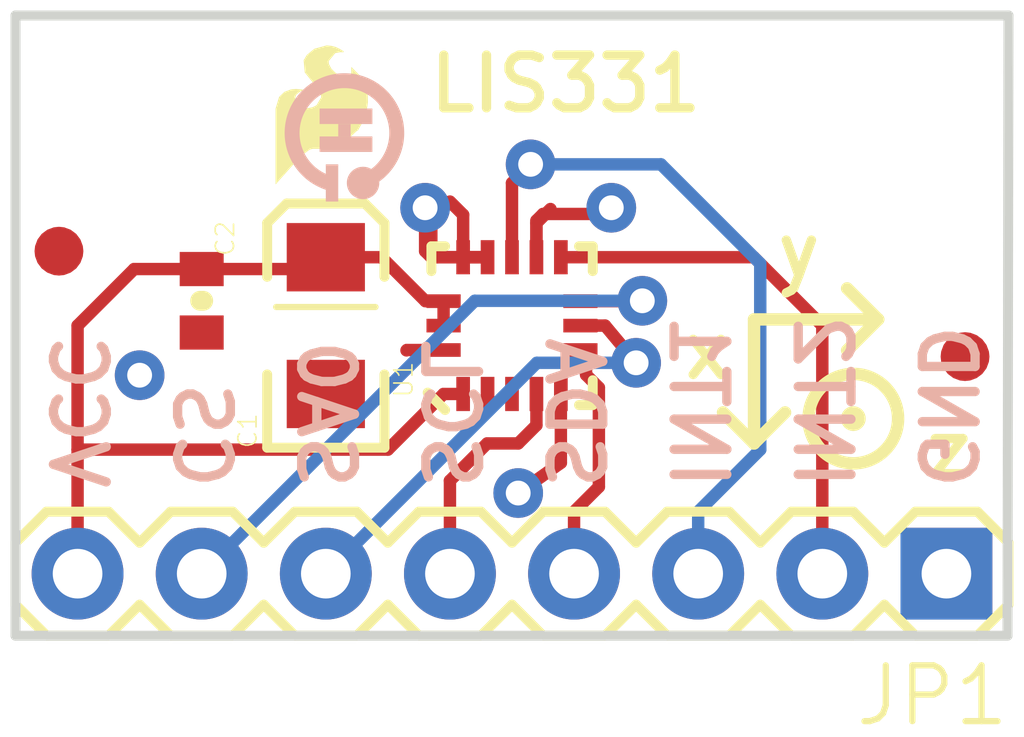
<source format=kicad_pcb>
(kicad_pcb (version 20211014) (generator pcbnew)
  (layers (0 "F.Cu" signal) (31 "B.Cu" signal) (34 "B.Paste" user) (35 "F.Paste" user) (36 "B.SilkS" user "B.Silkscreen") (37 "F.SilkS" user "F.Silkscreen") (38 "B.Mask" user) (39 "F.Mask" user) (44 "Edge.Cuts" user))
  (net 0 "")
  (net 1 "CS")
  (net 2 "INT1")
  (net 3 "INT2")
  (net 4 "SDA")
  (net 5 "SCL")
  (net 6 "VCC")
  (net 7 "GND")
  (net 8 "SA0")
  (footprint "boardEagle:SFE-LOGO-FLAME" (layer "F.Cu") (at 143.6751 102.0826)
    (fp_text reference "JP2" hide)
    (fp_text value "LOGO-SFESK" hide)
    (fp_poly (pts (xy 1.126002 -2.808203) (xy 1.215449 -2.785829) (xy 1.228477 -2.780783) (xy 1.240149 -2.774875) (xy 1.25686 -2.766576) (xy 1.275552 -2.759834) (xy 1.371694 -2.7026) (xy 1.3793 -2.7026) (xy 1.3793 -2.6772) (xy 1.306833 -2.6772) (xy 1.208418 -2.657914) (xy 1.074855 -2.495286) (xy 1.079365 -2.436825) (xy 1.12809 -2.341869) (xy 1.204666 -2.265196) (xy 1.294069 -2.200638) (xy 1.369348 -2.168824) (xy 1.450737 -2.171632) (xy 1.458864 -2.174186) (xy 1.466257 -2.177389) (xy 1.530514 -2.236956) (xy 1.5368 -2.259812) (xy 1.5368 -2.377938) (xy 1.763707 -2.148127) (xy 1.868186 -1.856841) (xy 1.871603 -1.856894) (xy 1.87806 -1.650435) (xy 1.848857 -1.45742) (xy 1.785308 -1.272842) (xy 1.6663 -1.061578) (xy 1.6663 -1.080581) (xy 1.378131 -0.80901) (xy 0.982239 -0.6985) (xy 0.753005 -0.6985) (xy 0.716201 -0.692046) (xy 0.681776 -0.679592) (xy 0.496322 -0.541784) (xy -0.0126 0.03091) (xy -0.0126 -1.52077) (xy 0.060004 -1.761967) (xy 0.168295 -1.865489) (xy 0.307122 -1.917522) (xy 0.4039 -1.925089) (xy 0.499384 -1.917623) (xy 0.55991 -1.908099) (xy 0.557788 -1.884433) (xy 0.522216 -1.885242) (xy 0.501784 -1.876141) (xy 0.420519 -1.817154) (xy 0.400722 -1.79067) (xy 0.390395 -1.7285) (xy 0.400905 -1.665229) (xy 0.421405 -1.625174) (xy 0.452343 -1.592685) (xy 0.546535 -1.54355) (xy 0.652229 -1.531742) (xy 0.742768 -1.550084) (xy 0.82422 -1.589656) (xy 0.92203 -1.754659) (xy 0.907706 -1.848844) (xy 0.850914 -1.930401) (xy 0.584707 -2.263237) (xy 0.561667 -2.510855) (xy 0.627495 -2.621556) (xy 0.629042 -2.623103) (xy 0.778901 -2.74712) (xy 1.032676 -2.817064)) (layer "F.SilkS") (width 0) (fill solid))
  )
  (footprint "boardEagle:LGA16-3MM" (layer "F.Cu") (at 148.5011 105.0036 90)
    (fp_text reference "U1" (at -1.5 -2 90) (layer "F.SilkS") (effects (font (size 0.373888 0.373888) (thickness 0.032512)) (justify left bottom)))
    (fp_text value "LIS331")
    (fp_line (start 1.1162 1.6524) (end 1.6242 1.6524) (layer "F.SilkS") (width 0.2032))
    (fp_line (start 1.6242 1.3722) (end 1.6242 1.6524) (layer "F.SilkS") (width 0.2032))
    (fp_line (start -1.627 1.6524) (end -1.119 1.6524) (layer "F.SilkS") (width 0.2032))
    (fp_line (start -1.7278 -1.3694) (end -1.3722 -1.725) (layer "F.SilkS") (width 0.2032))
    (fp_line (start 1.1162 -1.6496) (end 1.6242 -1.6496) (layer "F.SilkS") (width 0.2032))
    (fp_line (start -1.627 1.3722) (end -1.627 1.6524) (layer "F.SilkS") (width 0.2032))
    (fp_line (start 1.6242 -1.6496) (end 1.6242 -1.3694) (layer "F.SilkS") (width 0.2032))
    (pad "1" smd rect (at -1.4 -1 270) (size 0.7 0.28) (layers "F.Cu" "F.Paste" "F.Mask") (net 6 "VCC"))
    (pad "2" smd rect (at -1.4 -0.5 90) (size 0.7 0.28) (layers "F.Cu" "F.Paste" "F.Mask"))
    (pad "3" smd rect (at -1.4 0 90) (size 0.7 0.28) (layers "F.Cu" "F.Paste" "F.Mask"))
    (pad "4" smd rect (at -1.4 0.5 90) (size 0.7 0.28) (layers "F.Cu" "F.Paste" "F.Mask") (net 5 "SCL"))
    (pad "5" smd rect (at -1.4 1 270) (size 0.7 0.28) (layers "F.Cu" "F.Paste" "F.Mask") (net 7 "GND"))
    (pad "6" smd rect (at -0.5 1.4 180) (size 0.7 0.28) (layers "F.Cu" "F.Paste" "F.Mask") (net 4 "SDA"))
    (pad "7" smd rect (at 0 1.4 180) (size 0.7 0.28) (layers "F.Cu" "F.Paste" "F.Mask") (net 8 "SA0"))
    (pad "8" smd rect (at 0.5 1.4 180) (size 0.7 0.28) (layers "F.Cu" "F.Paste" "F.Mask") (net 1 "CS"))
    (pad "9" smd rect (at 1.4 1 270) (size 0.7 0.28) (layers "F.Cu" "F.Paste" "F.Mask") (net 3 "INT2"))
    (pad "10" smd rect (at 1.4 0.5 270) (size 0.7 0.28) (layers "F.Cu" "F.Paste" "F.Mask") (net 7 "GND"))
    (pad "11" smd rect (at 1.4 0 270) (size 0.7 0.28) (layers "F.Cu" "F.Paste" "F.Mask") (net 2 "INT1"))
    (pad "12" smd rect (at 1.4 -0.5 270) (size 0.7 0.28) (layers "F.Cu" "F.Paste" "F.Mask") (net 7 "GND"))
    (pad "13" smd rect (at 1.4 -1 270) (size 0.7 0.28) (layers "F.Cu" "F.Paste" "F.Mask") (net 7 "GND"))
    (pad "14" smd rect (at 0.5 -1.4) (size 0.7 0.28) (layers "F.Cu" "F.Paste" "F.Mask") (net 6 "VCC"))
    (pad "15" smd rect (at 0 -1.4) (size 0.7 0.28) (layers "F.Cu" "F.Paste" "F.Mask") (net 6 "VCC"))
    (pad "16" smd rect (at -0.5 -1.4) (size 0.7 0.28) (layers "F.Cu" "F.Paste" "F.Mask") (net 7 "GND"))
  )
  (footprint "boardEagle:FIDUCIAL-1X2" (layer "F.Cu") (at 157.7721 105.6386)
    (fp_text reference "JP6" hide)
    (fp_text value "FIDUCIAL1X2" hide)
    (pad "1" smd roundrect (at 0 0) (size 1 1) (layers "F.Cu" "F.Mask") (roundrect_rratio 0.5))
  )
  (footprint "boardEagle:FIDUCIAL-1X2" (layer "F.Cu") (at 139.2301 103.4796)
    (fp_text reference "JP5" hide)
    (fp_text value "FIDUCIAL1X2" hide)
    (pad "1" smd roundrect (at 0 0) (size 1 1) (layers "F.Cu" "F.Mask") (roundrect_rratio 0.5))
  )
  (footprint "boardEagle:1X08" (layer "F.Cu") (at 157.3911 110.0836 180)
    (fp_text reference "JP1" (at -1.3462 -1.8288 180) (layer "F.SilkS") (effects (font (size 1.143 1.143) (thickness 0.127)) (justify right top)))
    (fp_text value "")
    (fp_line (start 19.05 0.635) (end 18.415 1.27) (layer "F.SilkS") (width 0.2032))
    (fp_line (start 1.27 0.635) (end 0.635 1.27) (layer "F.SilkS") (width 0.2032))
    (fp_line (start 14.605 -1.27) (end 15.875 -1.27) (layer "F.SilkS") (width 0.2032))
    (fp_line (start 11.43 0.635) (end 10.795 1.27) (layer "F.SilkS") (width 0.2032))
    (fp_line (start 6.985 -1.27) (end 8.255 -1.27) (layer "F.SilkS") (width 0.2032))
    (fp_line (start -1.27 -0.635) (end -1.27 0.635) (layer "F.SilkS") (width 0.2032))
    (fp_line (start 13.335 -1.27) (end 13.97 -0.635) (layer "F.SilkS") (width 0.2032))
    (fp_line (start 6.35 0.635) (end 6.985 1.27) (layer "F.SilkS") (width 0.2032))
    (fp_line (start 0.635 -1.27) (end 1.27 -0.635) (layer "F.SilkS") (width 0.2032))
    (fp_line (start -0.635 -1.27) (end 0.635 -1.27) (layer "F.SilkS") (width 0.2032))
    (fp_line (start 16.51 0.635) (end 17.145 1.27) (layer "F.SilkS") (width 0.2032))
    (fp_line (start -1.27 0.635) (end -0.635 1.27) (layer "F.SilkS") (width 0.2032))
    (fp_line (start 3.81 0.635) (end 3.175 1.27) (layer "F.SilkS") (width 0.2032))
    (fp_line (start 1.905 -1.27) (end 3.175 -1.27) (layer "F.SilkS") (width 0.2032))
    (fp_line (start 0.635 1.27) (end -0.635 1.27) (layer "F.SilkS") (width 0.2032))
    (fp_line (start 6.35 0.635) (end 5.715 1.27) (layer "F.SilkS") (width 0.2032))
    (fp_line (start 1.27 -0.635) (end 1.905 -1.27) (layer "F.SilkS") (width 0.2032))
    (fp_line (start 3.81 -0.635) (end 4.445 -1.27) (layer "F.SilkS") (width 0.2032))
    (fp_line (start 3.175 -1.27) (end 3.81 -0.635) (layer "F.SilkS") (width 0.2032))
    (fp_line (start 18.415 -1.27) (end 19.05 -0.635) (layer "F.SilkS") (width 0.2032))
    (fp_line (start 13.97 0.635) (end 14.605 1.27) (layer "F.SilkS") (width 0.2032))
    (fp_line (start 17.145 -1.27) (end 16.51 -0.635) (layer "F.SilkS") (width 0.2032))
    (fp_line (start 14.605 -1.27) (end 13.97 -0.635) (layer "F.SilkS") (width 0.2032))
    (fp_line (start 12.065 1.27) (end 11.43 0.635) (layer "F.SilkS") (width 0.2032))
    (fp_line (start 11.43 -0.635) (end 12.065 -1.27) (layer "F.SilkS") (width 0.2032))
    (fp_line (start 15.875 -1.27) (end 16.51 -0.635) (layer "F.SilkS") (width 0.2032))
    (fp_line (start 4.445 1.27) (end 3.81 0.635) (layer "F.SilkS") (width 0.2032))
    (fp_line (start 13.335 1.27) (end 12.065 1.27) (layer "F.SilkS") (width 0.2032))
    (fp_line (start 19.05 -0.635) (end 19.05 0.635) (layer "F.SilkS") (width 0.2032))
    (fp_line (start 8.89 0.635) (end 8.255 1.27) (layer "F.SilkS") (width 0.2032))
    (fp_line (start 16.51 0.635) (end 15.875 1.27) (layer "F.SilkS") (width 0.2032))
    (fp_line (start 13.97 0.635) (end 13.335 1.27) (layer "F.SilkS") (width 0.2032))
    (fp_line (start 9.525 1.27) (end 8.89 0.635) (layer "F.SilkS") (width 0.2032))
    (fp_line (start 8.255 -1.27) (end 8.89 -0.635) (layer "F.SilkS") (width 0.2032))
    (fp_line (start 18.415 1.27) (end 17.145 1.27) (layer "F.SilkS") (width 0.2032))
    (fp_line (start 15.875 1.27) (end 14.605 1.27) (layer "F.SilkS") (width 0.2032))
    (fp_line (start 5.715 -1.27) (end 6.35 -0.635) (layer "F.SilkS") (width 0.2032))
    (fp_line (start 9.525 -1.27) (end 10.795 -1.27) (layer "F.SilkS") (width 0.2032))
    (fp_line (start 1.905 1.27) (end 1.27 0.635) (layer "F.SilkS") (width 0.2032))
    (fp_line (start -0.635 -1.27) (end -1.27 -0.635) (layer "F.SilkS") (width 0.2032))
    (fp_line (start 6.985 -1.27) (end 6.35 -0.635) (layer "F.SilkS") (width 0.2032))
    (fp_line (start 17.145 -1.27) (end 18.415 -1.27) (layer "F.SilkS") (width 0.2032))
    (fp_line (start 4.445 -1.27) (end 5.715 -1.27) (layer "F.SilkS") (width 0.2032))
    (fp_line (start 8.89 -0.635) (end 9.525 -1.27) (layer "F.SilkS") (width 0.2032))
    (fp_line (start 10.795 1.27) (end 9.525 1.27) (layer "F.SilkS") (width 0.2032))
    (fp_line (start 5.715 1.27) (end 4.445 1.27) (layer "F.SilkS") (width 0.2032))
    (fp_line (start 10.795 -1.27) (end 11.43 -0.635) (layer "F.SilkS") (width 0.2032))
    (fp_line (start 8.255 1.27) (end 6.985 1.27) (layer "F.SilkS") (width 0.2032))
    (fp_line (start 12.065 -1.27) (end 13.335 -1.27) (layer "F.SilkS") (width 0.2032))
    (fp_line (start 3.175 1.27) (end 1.905 1.27) (layer "F.SilkS") (width 0.2032))
    (pad "1" thru_hole rect (at 0 0 270) (size 1.8796 1.8796) (drill 1.016) (layers *.Cu *.Mask) (net 7 "GND"))
    (pad "2" thru_hole circle (at 2.54 0 270) (size 1.8796 1.8796) (drill 1.016) (layers *.Cu *.Mask) (net 3 "INT2"))
    (pad "3" thru_hole circle (at 5.08 0 270) (size 1.8796 1.8796) (drill 1.016) (layers *.Cu *.Mask) (net 2 "INT1"))
    (pad "4" thru_hole circle (at 7.62 0 270) (size 1.8796 1.8796) (drill 1.016) (layers *.Cu *.Mask) (net 4 "SDA"))
    (pad "5" thru_hole circle (at 10.16 0 270) (size 1.8796 1.8796) (drill 1.016) (layers *.Cu *.Mask) (net 5 "SCL"))
    (pad "6" thru_hole circle (at 12.7 0 270) (size 1.8796 1.8796) (drill 1.016) (layers *.Cu *.Mask) (net 8 "SA0"))
    (pad "7" thru_hole circle (at 15.24 0 270) (size 1.8796 1.8796) (drill 1.016) (layers *.Cu *.Mask) (net 1 "CS"))
    (pad "8" thru_hole circle (at 17.78 0 270) (size 1.8796 1.8796) (drill 1.016) (layers *.Cu *.Mask) (net 6 "VCC"))
  )
  (footprint "boardEagle:STAND-OFF" (layer "F.Cu") (at 140.8811 101.1936)
    (fp_text reference "JP3" hide)
    (fp_text value "STAND-OFF" hide)
    (pad "" np_thru_hole circle (at 0 0) (size 3.302 3.302) (drill 3.302) (layers *.Cu *.Mask))
  )
  (footprint "boardEagle:EIA3216" (layer "F.Cu") (at 144.6911 105.0036 90)
    (fp_text reference "C1" (at -2.54 -1.381 90) (layer "F.SilkS") (effects (font (size 0.373888 0.373888) (thickness 0.032512)) (justify left bottom)))
    (fp_text value "10uF")
    (fp_line (start -2.5 1.2) (end -2.5 -1.2) (layer "F.SilkS") (width 0.2032))
    (fp_line (start 2.1 1.2) (end 2.5 0.8) (layer "F.SilkS") (width 0.2032))
    (fp_line (start 1 1.2) (end 2.1 1.2) (layer "F.SilkS") (width 0.2032))
    (fp_line (start -2.5 -1.2) (end -1 -1.2) (layer "F.SilkS") (width 0.2032))
    (fp_line (start 2.1 -1.2) (end 1 -1.2) (layer "F.SilkS") (width 0.2032))
    (fp_line (start 0.381 -1.016) (end 0.381 1.016) (layer "F.SilkS") (width 0.127))
    (fp_line (start -1 1.2) (end -2.5 1.2) (layer "F.SilkS") (width 0.2032))
    (fp_line (start 2.5 -0.8) (end 2.1 -1.2) (layer "F.SilkS") (width 0.2032))
    (fp_line (start 2.5 0.8) (end 2.5 -0.8) (layer "F.SilkS") (width 0.2032))
    (pad "A" smd rect (at 1.4 0 180) (size 1.6 1.4) (layers "F.Cu" "F.Paste" "F.Mask") (net 6 "VCC"))
    (pad "C" smd rect (at -1.4 0 180) (size 1.6 1.4) (layers "F.Cu" "F.Paste" "F.Mask") (net 7 "GND"))
  )
  (footprint "boardEagle:0402-CAP" (layer "F.Cu") (at 142.1511 104.4956 -90)
    (fp_text reference "C2" (at -0.889 -0.6985 -90) (layer "F.SilkS") (effects (font (size 0.373888 0.373888) (thickness 0.032512)) (justify left bottom)))
    (fp_text value "0.1uF")
    (fp_line (start 0 -0.0305) (end 0 0.0305) (layer "F.SilkS") (width 0.4064))
    (pad "1" smd rect (at -0.65 0 270) (size 0.7 0.9) (layers "F.Cu" "F.Paste" "F.Mask") (net 6 "VCC"))
    (pad "2" smd rect (at 0.65 0 270) (size 0.7 0.9) (layers "F.Cu" "F.Paste" "F.Mask") (net 7 "GND"))
  )
  (footprint "boardEagle:STAND-OFF" (layer "F.Cu") (at 156.1211 101.1936)
    (fp_text reference "JP4" hide)
    (fp_text value "STAND-OFF" hide)
    (pad "" np_thru_hole circle (at 0 0) (size 3.302 3.302) (drill 3.302) (layers *.Cu *.Mask))
  )
  (footprint "boardEagle:OSHW-LOGO-SMALL" (layer "B.Cu") (at 145.0721 101.0666 -90)
    (fp_text reference "U$1" hide)
    (fp_text value "OSHW-LOGO-SMALL" hide)
    (fp_arc (start 1.016 0.317499) (mid -1.078331 0) (end 1.016 -0.3175) (layer "B.SilkS") (width 0.3048))
    (fp_circle (center 1.016 -0.381) (end 1.1956 -0.381) (layer "B.SilkS") (width 0.3048) (fill none))
    (fp_poly (pts (xy -0.1905 -0.127) (xy 0.0635 -0.127) (xy 0.0635 0.127) (xy -0.1905 0.127)) (layer "B.SilkS") (width 0) (fill solid))
    (fp_poly (pts (xy 0.635 0.127) (xy 1.397 0.127) (xy 1.397 0.381) (xy 0.635 0.381)) (layer "B.SilkS") (width 0) (fill solid))
    (fp_poly (pts (xy -0.508 -0.5715) (xy -0.1905 -0.5715) (xy -0.1905 0.508) (xy -0.508 0.508)) (layer "B.SilkS") (width 0) (fill solid))
    (fp_poly (pts (xy 0.0635 -0.5715) (xy 0.3809 -0.5715) (xy 0.3809 0.5079) (xy 0.0635 0.5079)) (layer "B.SilkS") (width 0) (fill solid))
  )
  (gr_line (start 153.4541 104.8766) (end 153.4541 107.4166) (layer "F.SilkS") (width 0.254))
  (gr_line (start 155.9941 104.8766) (end 155.3591 104.2416) (layer "F.SilkS") (width 0.254))
  (gr_line (start 152.8191 106.7816) (end 153.4541 107.4166) (layer "F.SilkS") (width 0.254))
  (gr_circle (center 155.4861 106.9086) (end 156.4019 106.9086) (layer "F.SilkS") (width 0.254) (fill none))
  (gr_circle (center 155.4861 106.9086) (end 155.6131 106.9086) (layer "F.SilkS") (width 0.254) (fill none))
  (gr_line (start 153.4541 104.8766) (end 155.9941 104.8766) (layer "F.SilkS") (width 0.254))
  (gr_line (start 155.3591 105.5116) (end 155.9941 104.8766) (layer "F.SilkS") (width 0.254))
  (gr_line (start 153.4541 107.4166) (end 154.0891 106.7816) (layer "F.SilkS") (width 0.254))
  (gr_line (start 138.3411 111.3536) (end 158.6411 111.3536) (layer "Edge.Cuts") (width 0.2032))
  (gr_line (start 158.6611 98.6536) (end 138.3411 98.6536) (layer "Edge.Cuts") (width 0.2032))
  (gr_line (start 138.3411 98.6536) (end 138.3411 111.3536) (layer "Edge.Cuts") (width 0.2032))
  (gr_line (start 158.6411 111.3536) (end 158.6611 98.6536) (layer "Edge.Cuts") (width 0.2032))
  (gr_text "SA0" (at 144.0561 108.4326 -90) (layer "B.SilkS") (effects (font (size 1.0795 1.0795) (thickness 0.1905)) (justify left bottom mirror)))
  (gr_text "VCC" (at 138.9761 108.4326 -90) (layer "B.SilkS") (effects (font (size 1.0795 1.0795) (thickness 0.1905)) (justify left bottom mirror)))
  (gr_text "SCL" (at 146.5961 108.4326 -90) (layer "B.SilkS") (effects (font (size 1.0795 1.0795) (thickness 0.1905)) (justify left bottom mirror)))
  (gr_text "SDA" (at 149.1361 108.4326 -90) (layer "B.SilkS") (effects (font (size 1.0795 1.0795) (thickness 0.1905)) (justify left bottom mirror)))
  (gr_text "INT1" (at 151.6761 108.4326 -90) (layer "B.SilkS") (effects (font (size 1.0795 1.0795) (thickness 0.1905)) (justify left bottom mirror)))
  (gr_text "GND" (at 156.7561 108.4326 -90) (layer "B.SilkS") (effects (font (size 1.0795 1.0795) (thickness 0.1905)) (justify left bottom mirror)))
  (gr_text "INT2" (at 154.2161 108.4326 -90) (layer "B.SilkS") (effects (font (size 1.0795 1.0795) (thickness 0.1905)) (justify left bottom mirror)))
  (gr_text "CS" (at 141.5161 108.4326 -90) (layer "B.SilkS") (effects (font (size 1.0795 1.0795) (thickness 0.1905)) (justify left bottom mirror)))
  (gr_text "y" (at 153.8351 104.1146) (layer "F.SilkS") (effects (font (size 1.0795 1.0795) (thickness 0.1905)) (justify left bottom)))
  (gr_text "x" (at 151.9301 106.1466) (layer "F.SilkS") (effects (font (size 1.0795 1.0795) (thickness 0.1905)) (justify left bottom)))
  (gr_text "z" (at 156.8831 108.1786) (layer "F.SilkS") (effects (font (size 1.0795 1.0795) (thickness 0.1905)) (justify left bottom)))
  (gr_text "LIS331" (at 146.7231 100.6856) (layer "F.SilkS") (effects (font (size 1.0795 1.0795) (thickness 0.1905)) (justify left bottom)))
  (segment (start 151.0331 104.5036) (end 149.9011 104.5036) (width 0.254) (layer "F.Cu") (net 1))
  (segment (start 151.1681 104.4956) (end 151.0331 104.5036) (width 0.254) (layer "F.Cu") (net 1))
  (via (at 151.1681 104.4956) (size 1.016) (drill 0.508) (layers "F.Cu" "B.Cu") (net 1))
  (segment (start 147.7391 104.4956) (end 151.1681 104.4956) (width 0.254) (layer "B.Cu") (net 1))
  (segment (start 142.1511 110.0836) (end 147.7391 104.4956) (width 0.254) (layer "B.Cu") (net 1))
  (segment (start 142.1511 110.0836) (end 142.1511 110.0582) (width 0.254) (layer "B.Cu") (net 1))
  (segment (start 148.5011 102.0826) (end 148.5011 103.6036) (width 0.254) (layer "F.Cu") (net 2))
  (segment (start 148.8821 101.7016) (end 148.5011 102.0826) (width 0.254) (layer "F.Cu") (net 2))
  (via (at 148.8821 101.7016) (size 1.016) (drill 0.508) (layers "F.Cu" "B.Cu") (net 2))
  (segment (start 153.5811 103.7336) (end 151.5491 101.7016) (width 0.254) (layer "B.Cu") (net 2))
  (segment (start 151.5491 101.7016) (end 148.8821 101.7016) (width 0.254) (layer "B.Cu") (net 2))
  (segment (start 152.3111 108.8136) (end 153.5811 107.5436) (width 0.254) (layer "B.Cu") (net 2))
  (segment (start 152.3111 110.0836) (end 152.3111 108.8136) (width 0.254) (layer "B.Cu") (net 2))
  (segment (start 153.5811 107.5436) (end 153.5811 103.7336) (width 0.254) (layer "B.Cu") (net 2))
  (segment (start 153.4511 103.6036) (end 149.5011 103.6036) (width 0.254) (layer "F.Cu") (net 3))
  (segment (start 154.8511 105.0036) (end 153.4511 103.6036) (width 0.254) (layer "F.Cu") (net 3))
  (segment (start 154.8511 110.0836) (end 154.8511 105.0036) (width 0.254) (layer "F.Cu") (net 3))
  (segment (start 150.0171 106.0116) (end 150.0171 105.5036) (width 0.254) (layer "F.Cu") (net 4))
  (segment (start 150.2791 106.2736) (end 150.0171 106.0116) (width 0.254) (layer "F.Cu") (net 4))
  (segment (start 150.0171 105.5036) (end 149.9011 105.5036) (width 0.254) (layer "F.Cu") (net 4))
  (segment (start 149.7711 110.0836) (end 149.7711 108.8136) (width 0.254) (layer "F.Cu") (net 4))
  (segment (start 149.7711 108.8136) (end 150.2791 108.3056) (width 0.254) (layer "F.Cu") (net 4))
  (segment (start 150.2791 108.3056) (end 150.2791 106.2736) (width 0.254) (layer "F.Cu") (net 4))
  (segment (start 147.9931 107.4166) (end 148.6281 107.4166) (width 0.254) (layer "F.Cu") (net 5))
  (segment (start 147.2311 110.0836) (end 147.2311 108.1786) (width 0.254) (layer "F.Cu") (net 5))
  (segment (start 149.0011 107.0436) (end 149.0011 106.4036) (width 0.254) (layer "F.Cu") (net 5))
  (segment (start 148.6281 107.4166) (end 149.0011 107.0436) (width 0.254) (layer "F.Cu") (net 5))
  (segment (start 147.2311 108.1786) (end 147.9931 107.4166) (width 0.254) (layer "F.Cu") (net 5))
  (segment (start 147.1011 106.4036) (end 147.5011 106.4036) (width 0.254) (layer "F.Cu") (net 6))
  (segment (start 140.7691 103.8456) (end 142.1511 103.8456) (width 0.254) (layer "F.Cu") (net 6))
  (segment (start 139.6111 110.0836) (end 139.6111 107.5436) (width 0.254) (layer "F.Cu") (net 6))
  (segment (start 139.6111 107.5436) (end 139.6111 105.0036) (width 0.254) (layer "F.Cu") (net 6))
  (segment (start 145.9611 107.5436) (end 147.1011 106.4036) (width 0.254) (layer "F.Cu") (net 6))
  (segment (start 146.7311 104.5036) (end 147.1011 104.5036) (width 0.254) (layer "F.Cu") (net 6))
  (segment (start 142.1511 103.8456) (end 144.4491 103.8456) (width 0.254) (layer "F.Cu") (net 6))
  (segment (start 147.1011 104.5036) (end 147.1011 105.0036) (width 0.254) (layer "F.Cu") (net 6))
  (segment (start 144.4491 103.8456) (end 144.6911 103.6036) (width 0.254) (layer "F.Cu") (net 6))
  (segment (start 139.6111 105.0036) (end 140.7691 103.8456) (width 0.254) (layer "F.Cu") (net 6))
  (segment (start 145.8311 103.6036) (end 146.7311 104.5036) (width 0.254) (layer "F.Cu") (net 6))
  (segment (start 139.6111 107.5436) (end 145.9611 107.5436) (width 0.254) (layer "F.Cu") (net 6))
  (segment (start 144.6911 103.6036) (end 145.8311 103.6036) (width 0.254) (layer "F.Cu") (net 6))
  (segment (start 146.3501 105.5036) (end 146.3421 105.5116) (width 0.254) (layer "F.Cu") (net 7))
  (segment (start 149.0011 102.8526) (end 149.1361 102.7176) (width 0.254) (layer "F.Cu") (net 7))
  (segment (start 149.1361 102.7176) (end 150.4061 102.7176) (width 0.254) (layer "F.Cu") (net 7))
  (segment (start 146.8501 103.4796) (end 146.8501 102.7176) (width 0.254) (layer "F.Cu") (net 7))
  (segment (start 146.9741 103.6036) (end 146.8501 103.4796) (width 0.254) (layer "F.Cu") (net 7))
  (segment (start 146.7231 102.5906) (end 146.8501 102.7176) (width 0.254) (layer "F.Cu") (net 7))
  (segment (start 149.0011 103.6036) (end 149.0011 102.8526) (width 0.254) (layer "F.Cu") (net 7))
  (segment (start 147.5011 103.6036) (end 147.5011 102.7336) (width 0.254) (layer "F.Cu") (net 7))
  (segment (start 147.5011 102.7336) (end 147.2311 102.4636) (width 0.254) (layer "F.Cu") (net 7))
  (segment (start 149.0011 103.6036) (end 149.0011 102.9034) (width 0.254) (layer "F.Cu") (net 7))
  (segment (start 149.0011 102.9034) (end 149.2885 102.616) (width 0.254) (layer "F.Cu") (net 7))
  (segment (start 148.0011 103.6036) (end 146.9741 103.6036) (width 0.254) (layer "F.Cu") (net 7))
  (segment (start 150.4061 102.7176) (end 150.5331 102.5906) (width 0.254) (layer "F.Cu") (net 7))
  (segment (start 149.5011 107.8136) (end 148.6281 108.4326) (width 0.254) (layer "F.Cu") (net 7))
  (segment (start 148.0011 103.6036) (end 146.8471 103.6036) (width 0.254) (layer "F.Cu") (net 7))
  (segment (start 149.5011 106.4036) (end 149.5011 107.8136) (width 0.254) (layer "F.Cu") (net 7))
  (segment (start 146.7231 103.4796) (end 146.7231 102.5906) (width 0.254) (layer "F.Cu") (net 7))
  (segment (start 146.8471 103.6036) (end 146.7231 103.4796) (width 0.254) (layer "F.Cu") (net 7))
  (segment (start 147.1011 105.5036) (end 146.3501 105.5036) (width 0.254) (layer "F.Cu") (net 7))
  (segment (start 148.0011 103.6036) (end 147.5011 103.6036) (width 0.254) (layer "F.Cu") (net 7))
  (via (at 140.8811 106.0196) (size 1.016) (drill 0.508) (layers "F.Cu" "B.Cu") (net 7))
  (via (at 146.7231 102.5906) (size 1.016) (drill 0.508) (layers "F.Cu" "B.Cu") (net 7))
  (via (at 150.5331 102.5906) (size 1.016) (drill 0.508) (layers "F.Cu" "B.Cu") (net 7))
  (via (at 148.6281 108.4326) (size 1.016) (drill 0.508) (layers "F.Cu" "B.Cu") (net 7))
  (segment (start 150.4061 105.0036) (end 149.9011 105.0036) (width 0.254) (layer "F.Cu") (net 8))
  (segment (start 151.0411 105.7656) (end 150.4061 105.0036) (width 0.254) (layer "F.Cu") (net 8))
  (via (at 151.0411 105.7656) (size 1.016) (drill 0.508) (layers "F.Cu" "B.Cu") (net 8))
  (segment (start 149.0091 105.7656) (end 151.0411 105.7656) (width 0.254) (layer "B.Cu") (net 8))
  (segment (start 144.6911 110.0836) (end 149.0091 105.7656) (width 0.254) (layer "B.Cu") (net 8))
)
</source>
